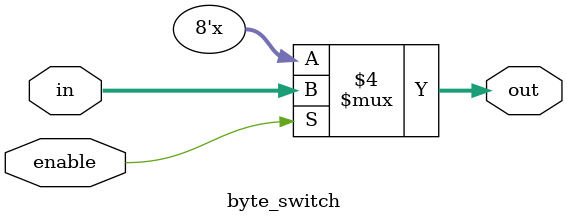
<source format=v>
`default_nettype none

module byte_switch(
    input   [7:0]   in,
    input           enable,

    output  reg [7:0]   out
    );

    always @(enable,in) begin
        if (enable==1'b1)
            out = in;
        else
            out = 8'bZ;
    end

endmodule


</source>
